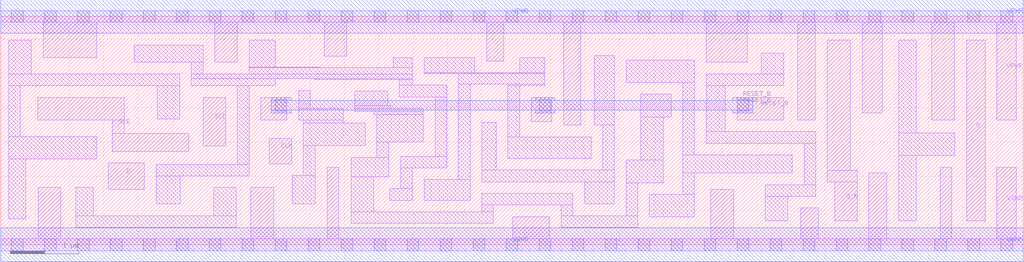
<source format=lef>
# Copyright 2020 The SkyWater PDK Authors
#
# Licensed under the Apache License, Version 2.0 (the "License");
# you may not use this file except in compliance with the License.
# You may obtain a copy of the License at
#
#     https://www.apache.org/licenses/LICENSE-2.0
#
# Unless required by applicable law or agreed to in writing, software
# distributed under the License is distributed on an "AS IS" BASIS,
# WITHOUT WARRANTIES OR CONDITIONS OF ANY KIND, either express or implied.
# See the License for the specific language governing permissions and
# limitations under the License.
#
# SPDX-License-Identifier: Apache-2.0

VERSION 5.7 ;
  NAMESCASESENSITIVE ON ;
  NOWIREEXTENSIONATPIN ON ;
  DIVIDERCHAR "/" ;
  BUSBITCHARS "[]" ;
UNITS
  DATABASE MICRONS 200 ;
END UNITS
MACRO sky130_fd_sc_ls__sdfrbp_2
  CLASS CORE ;
  SOURCE USER ;
  FOREIGN sky130_fd_sc_ls__sdfrbp_2 ;
  ORIGIN  0.000000  0.000000 ;
  SIZE  14.88000 BY  3.330000 ;
  SYMMETRY X Y R90 ;
  SITE unit ;
  PIN D
    ANTENNAGATEAREA  0.159000 ;
    DIRECTION INPUT ;
    USE SIGNAL ;
    PORT
      LAYER li1 ;
        RECT 1.565000 0.810000 2.090000 1.190000 ;
    END
  END D
  PIN Q
    ANTENNADIFFAREA  0.543200 ;
    DIRECTION OUTPUT ;
    USE SIGNAL ;
    PORT
      LAYER li1 ;
        RECT 14.055000 0.350000 14.325000 2.980000 ;
    END
  END Q
  PIN Q_N
    ANTENNADIFFAREA  0.543200 ;
    DIRECTION OUTPUT ;
    USE SIGNAL ;
    PORT
      LAYER li1 ;
        RECT 12.030000 0.915000 12.465000 1.085000 ;
        RECT 12.030000 1.085000 12.360000 2.980000 ;
        RECT 12.135000 0.350000 12.465000 0.915000 ;
    END
  END Q_N
  PIN RESET_B
    ANTENNAGATEAREA  0.411000 ;
    DIRECTION INPUT ;
    USE SIGNAL ;
    PORT
      LAYER li1 ;
        RECT  3.785000 1.820000  4.165000 2.150000 ;
        RECT  7.720000 1.795000  8.020000 2.150000 ;
        RECT 10.715000 1.820000 11.395000 2.150000 ;
      LAYER mcon ;
        RECT  3.995000 1.950000  4.165000 2.120000 ;
        RECT  7.835000 1.950000  8.005000 2.120000 ;
        RECT 10.715000 1.950000 10.885000 2.120000 ;
      LAYER met1 ;
        RECT  3.935000 1.920000  4.225000 1.965000 ;
        RECT  3.935000 1.965000 10.945000 2.105000 ;
        RECT  3.935000 2.105000  4.225000 2.150000 ;
        RECT  7.775000 1.920000  8.065000 1.965000 ;
        RECT  7.775000 2.105000  8.065000 2.150000 ;
        RECT 10.655000 1.920000 10.945000 1.965000 ;
        RECT 10.655000 2.105000 10.945000 2.150000 ;
    END
  END RESET_B
  PIN SCD
    ANTENNAGATEAREA  0.159000 ;
    DIRECTION INPUT ;
    USE SIGNAL ;
    PORT
      LAYER li1 ;
        RECT 2.945000 1.440000 3.275000 2.150000 ;
    END
  END SCD
  PIN SCE
    ANTENNAGATEAREA  0.318000 ;
    DIRECTION INPUT ;
    USE SIGNAL ;
    PORT
      LAYER li1 ;
        RECT 0.540000 1.820000 1.795000 2.150000 ;
        RECT 1.625000 1.360000 2.735000 1.620000 ;
        RECT 1.625000 1.620000 1.795000 1.820000 ;
    END
  END SCE
  PIN CLK
    ANTENNAGATEAREA  0.261000 ;
    DIRECTION INPUT ;
    USE CLOCK ;
    PORT
      LAYER li1 ;
        RECT 3.905000 1.180000 4.235000 1.550000 ;
    END
  END CLK
  PIN VGND
    DIRECTION INOUT ;
    SHAPE ABUTMENT ;
    USE GROUND ;
    PORT
      LAYER li1 ;
        RECT  0.000000 -0.085000 14.880000 0.085000 ;
        RECT  0.545000  0.085000  0.875000 0.835000 ;
        RECT  3.640000  0.085000  3.970000 0.835000 ;
        RECT  4.750000  0.085000  4.920000 1.130000 ;
        RECT  7.450000  0.085000  7.985000 0.410000 ;
        RECT 10.335000  0.085000 10.665000 0.810000 ;
        RECT 11.645000  0.085000 11.895000 0.535000 ;
        RECT 12.635000  0.085000 12.895000 1.050000 ;
        RECT 13.670000  0.085000 13.840000 1.130000 ;
        RECT 14.495000  0.085000 14.780000 1.130000 ;
      LAYER mcon ;
        RECT  0.155000 -0.085000  0.325000 0.085000 ;
        RECT  0.635000 -0.085000  0.805000 0.085000 ;
        RECT  1.115000 -0.085000  1.285000 0.085000 ;
        RECT  1.595000 -0.085000  1.765000 0.085000 ;
        RECT  2.075000 -0.085000  2.245000 0.085000 ;
        RECT  2.555000 -0.085000  2.725000 0.085000 ;
        RECT  3.035000 -0.085000  3.205000 0.085000 ;
        RECT  3.515000 -0.085000  3.685000 0.085000 ;
        RECT  3.995000 -0.085000  4.165000 0.085000 ;
        RECT  4.475000 -0.085000  4.645000 0.085000 ;
        RECT  4.955000 -0.085000  5.125000 0.085000 ;
        RECT  5.435000 -0.085000  5.605000 0.085000 ;
        RECT  5.915000 -0.085000  6.085000 0.085000 ;
        RECT  6.395000 -0.085000  6.565000 0.085000 ;
        RECT  6.875000 -0.085000  7.045000 0.085000 ;
        RECT  7.355000 -0.085000  7.525000 0.085000 ;
        RECT  7.835000 -0.085000  8.005000 0.085000 ;
        RECT  8.315000 -0.085000  8.485000 0.085000 ;
        RECT  8.795000 -0.085000  8.965000 0.085000 ;
        RECT  9.275000 -0.085000  9.445000 0.085000 ;
        RECT  9.755000 -0.085000  9.925000 0.085000 ;
        RECT 10.235000 -0.085000 10.405000 0.085000 ;
        RECT 10.715000 -0.085000 10.885000 0.085000 ;
        RECT 11.195000 -0.085000 11.365000 0.085000 ;
        RECT 11.675000 -0.085000 11.845000 0.085000 ;
        RECT 12.155000 -0.085000 12.325000 0.085000 ;
        RECT 12.635000 -0.085000 12.805000 0.085000 ;
        RECT 13.115000 -0.085000 13.285000 0.085000 ;
        RECT 13.595000 -0.085000 13.765000 0.085000 ;
        RECT 14.075000 -0.085000 14.245000 0.085000 ;
        RECT 14.555000 -0.085000 14.725000 0.085000 ;
      LAYER met1 ;
        RECT 0.000000 -0.245000 14.880000 0.245000 ;
    END
  END VGND
  PIN VPWR
    DIRECTION INOUT ;
    SHAPE ABUTMENT ;
    USE POWER ;
    PORT
      LAYER li1 ;
        RECT  0.000000 3.245000 14.880000 3.415000 ;
        RECT  0.615000 2.730000  1.400000 3.245000 ;
        RECT  3.115000 2.660000  3.445000 3.245000 ;
        RECT  4.705000 2.750000  5.035000 3.245000 ;
        RECT  7.070000 2.680000  7.320000 3.245000 ;
        RECT  8.190000 1.745000  8.440000 3.245000 ;
        RECT 10.265000 2.660000 10.860000 3.245000 ;
        RECT 11.600000 1.820000 11.850000 3.245000 ;
        RECT 12.540000 1.920000 12.830000 3.245000 ;
        RECT 13.545000 1.820000 13.875000 3.245000 ;
        RECT 14.495000 1.820000 14.775000 3.245000 ;
      LAYER mcon ;
        RECT  0.155000 3.245000  0.325000 3.415000 ;
        RECT  0.635000 3.245000  0.805000 3.415000 ;
        RECT  1.115000 3.245000  1.285000 3.415000 ;
        RECT  1.595000 3.245000  1.765000 3.415000 ;
        RECT  2.075000 3.245000  2.245000 3.415000 ;
        RECT  2.555000 3.245000  2.725000 3.415000 ;
        RECT  3.035000 3.245000  3.205000 3.415000 ;
        RECT  3.515000 3.245000  3.685000 3.415000 ;
        RECT  3.995000 3.245000  4.165000 3.415000 ;
        RECT  4.475000 3.245000  4.645000 3.415000 ;
        RECT  4.955000 3.245000  5.125000 3.415000 ;
        RECT  5.435000 3.245000  5.605000 3.415000 ;
        RECT  5.915000 3.245000  6.085000 3.415000 ;
        RECT  6.395000 3.245000  6.565000 3.415000 ;
        RECT  6.875000 3.245000  7.045000 3.415000 ;
        RECT  7.355000 3.245000  7.525000 3.415000 ;
        RECT  7.835000 3.245000  8.005000 3.415000 ;
        RECT  8.315000 3.245000  8.485000 3.415000 ;
        RECT  8.795000 3.245000  8.965000 3.415000 ;
        RECT  9.275000 3.245000  9.445000 3.415000 ;
        RECT  9.755000 3.245000  9.925000 3.415000 ;
        RECT 10.235000 3.245000 10.405000 3.415000 ;
        RECT 10.715000 3.245000 10.885000 3.415000 ;
        RECT 11.195000 3.245000 11.365000 3.415000 ;
        RECT 11.675000 3.245000 11.845000 3.415000 ;
        RECT 12.155000 3.245000 12.325000 3.415000 ;
        RECT 12.635000 3.245000 12.805000 3.415000 ;
        RECT 13.115000 3.245000 13.285000 3.415000 ;
        RECT 13.595000 3.245000 13.765000 3.415000 ;
        RECT 14.075000 3.245000 14.245000 3.415000 ;
        RECT 14.555000 3.245000 14.725000 3.415000 ;
      LAYER met1 ;
        RECT 0.000000 3.085000 14.880000 3.575000 ;
    END
  END VPWR
  OBS
    LAYER li1 ;
      RECT  0.115000 0.375000  0.365000 1.250000 ;
      RECT  0.115000 1.250000  1.395000 1.580000 ;
      RECT  0.115000 1.580000  0.285000 2.320000 ;
      RECT  0.115000 2.320000  2.605000 2.490000 ;
      RECT  0.115000 2.490000  0.445000 2.980000 ;
      RECT  1.095000 0.255000  3.430000 0.425000 ;
      RECT  1.095000 0.425000  1.345000 0.835000 ;
      RECT  1.940000 2.660000  2.945000 2.910000 ;
      RECT  2.260000 0.595000  2.610000 1.005000 ;
      RECT  2.260000 1.005000  3.615000 1.175000 ;
      RECT  2.275000 1.830000  2.605000 2.320000 ;
      RECT  2.775000 2.320000  3.995000 2.420000 ;
      RECT  2.775000 2.420000  5.985000 2.490000 ;
      RECT  2.775000 2.490000  2.945000 2.660000 ;
      RECT  3.100000 0.425000  3.430000 0.835000 ;
      RECT  3.445000 1.175000  3.615000 2.320000 ;
      RECT  3.615000 2.490000  5.985000 2.580000 ;
      RECT  3.615000 2.580000  4.645000 2.590000 ;
      RECT  3.615000 2.590000  3.995000 2.980000 ;
      RECT  4.240000 0.595000  4.575000 1.010000 ;
      RECT  4.335000 1.820000  4.985000 1.990000 ;
      RECT  4.335000 1.990000  4.505000 2.250000 ;
      RECT  4.405000 1.010000  4.575000 1.445000 ;
      RECT  4.405000 1.445000  5.305000 1.775000 ;
      RECT  4.405000 1.775000  4.985000 1.820000 ;
      RECT  4.570000 2.410000  5.985000 2.420000 ;
      RECT  5.100000 0.310000  7.170000 0.480000 ;
      RECT  5.100000 0.480000  5.430000 0.990000 ;
      RECT  5.100000 0.990000  5.645000 1.275000 ;
      RECT  5.155000 1.945000  6.150000 1.985000 ;
      RECT  5.155000 1.985000  5.675000 2.030000 ;
      RECT  5.155000 2.030000  5.630000 2.240000 ;
      RECT  5.430000 1.900000  6.150000 1.945000 ;
      RECT  5.475000 1.275000  5.645000 1.500000 ;
      RECT  5.475000 1.500000  6.150000 1.900000 ;
      RECT  5.660000 0.650000  5.990000 0.820000 ;
      RECT  5.710000 2.580000  5.985000 2.725000 ;
      RECT  5.800000 2.155000  6.490000 2.325000 ;
      RECT  5.800000 2.325000  5.985000 2.410000 ;
      RECT  5.820000 0.820000  5.990000 1.120000 ;
      RECT  5.820000 1.120000  6.490000 1.290000 ;
      RECT  6.160000 0.650000  6.830000 0.950000 ;
      RECT  6.160000 2.495000  7.915000 2.510000 ;
      RECT  6.160000 2.510000  6.900000 2.725000 ;
      RECT  6.320000 1.290000  6.490000 2.155000 ;
      RECT  6.660000 0.950000  6.830000 2.340000 ;
      RECT  6.660000 2.340000  7.915000 2.495000 ;
      RECT  7.000000 0.480000  7.170000 0.580000 ;
      RECT  7.000000 0.580000  8.325000 0.750000 ;
      RECT  7.000000 0.920000  8.930000 1.090000 ;
      RECT  7.000000 1.090000  7.210000 1.780000 ;
      RECT  7.380000 1.260000  8.590000 1.575000 ;
      RECT  7.380000 1.575000  7.550000 2.320000 ;
      RECT  7.380000 2.320000  7.915000 2.340000 ;
      RECT  7.550000 2.510000  7.915000 2.725000 ;
      RECT  8.155000 0.255000  9.270000 0.425000 ;
      RECT  8.155000 0.425000  8.325000 0.580000 ;
      RECT  8.495000 0.595000  8.930000 0.920000 ;
      RECT  8.640000 1.745000  8.930000 2.755000 ;
      RECT  8.760000 1.090000  8.930000 1.745000 ;
      RECT  9.100000 0.425000  9.270000 0.905000 ;
      RECT  9.100000 0.905000  9.640000 1.235000 ;
      RECT  9.100000 2.365000 10.095000 2.695000 ;
      RECT  9.310000 1.235000  9.640000 1.865000 ;
      RECT  9.310000 1.865000  9.755000 2.195000 ;
      RECT  9.440000 0.405000 10.095000 0.735000 ;
      RECT  9.925000 0.735000 10.095000 1.045000 ;
      RECT  9.925000 1.045000 11.520000 1.310000 ;
      RECT  9.925000 1.310000 10.095000 2.365000 ;
      RECT 10.265000 1.480000 11.860000 1.650000 ;
      RECT 10.265000 1.650000 10.545000 2.320000 ;
      RECT 10.265000 2.320000 11.395000 2.490000 ;
      RECT 11.065000 2.490000 11.395000 2.795000 ;
      RECT 11.125000 0.350000 11.455000 0.705000 ;
      RECT 11.125000 0.705000 11.860000 0.875000 ;
      RECT 11.690000 0.875000 11.860000 1.480000 ;
      RECT 13.065000 0.350000 13.325000 1.300000 ;
      RECT 13.065000 1.300000 13.885000 1.630000 ;
      RECT 13.065000 1.630000 13.325000 2.980000 ;
  END
END sky130_fd_sc_ls__sdfrbp_2

</source>
